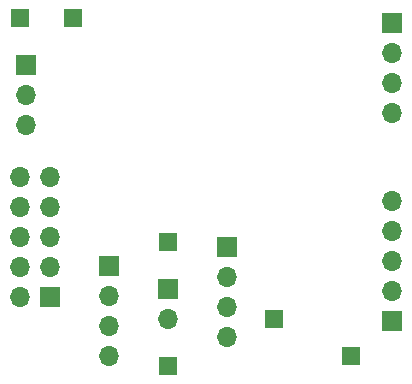
<source format=gbs>
G04 #@! TF.GenerationSoftware,KiCad,Pcbnew,9.0.0*
G04 #@! TF.CreationDate,2025-03-07T02:47:21-06:00*
G04 #@! TF.ProjectId,ATWILC1000_Breakout,41545749-4c43-4313-9030-305f42726561,rev?*
G04 #@! TF.SameCoordinates,Original*
G04 #@! TF.FileFunction,Soldermask,Bot*
G04 #@! TF.FilePolarity,Negative*
%FSLAX46Y46*%
G04 Gerber Fmt 4.6, Leading zero omitted, Abs format (unit mm)*
G04 Created by KiCad (PCBNEW 9.0.0) date 2025-03-07 02:47:21*
%MOMM*%
%LPD*%
G01*
G04 APERTURE LIST*
%ADD10R,1.700000X1.700000*%
%ADD11O,1.700000X1.700000*%
%ADD12R,1.500000X1.500000*%
G04 APERTURE END LIST*
D10*
X130500000Y-96000000D03*
D11*
X130500000Y-98540000D03*
X130500000Y-101080000D03*
D10*
X161500000Y-92420000D03*
D11*
X161500000Y-94960000D03*
X161500000Y-97500000D03*
X161500000Y-100040000D03*
D10*
X132500000Y-115620000D03*
D11*
X129960000Y-115620000D03*
X132500000Y-113080000D03*
X129960000Y-113080000D03*
X132500000Y-110540000D03*
X129960000Y-110540000D03*
X132500000Y-108000000D03*
X129960000Y-108000000D03*
X132500000Y-105460000D03*
X129960000Y-105460000D03*
D12*
X130000000Y-92000000D03*
D10*
X147500000Y-111460000D03*
D11*
X147500000Y-114000000D03*
X147500000Y-116540000D03*
X147500000Y-119080000D03*
D12*
X142500000Y-121500000D03*
D10*
X142500000Y-114960000D03*
D11*
X142500000Y-117500000D03*
D12*
X134500000Y-92000000D03*
D10*
X161500000Y-117660000D03*
D11*
X161500000Y-115120000D03*
X161500000Y-112580000D03*
X161500000Y-110040000D03*
X161500000Y-107500000D03*
D12*
X142500000Y-111000000D03*
X151500000Y-117500000D03*
D10*
X137500000Y-113000000D03*
D11*
X137500000Y-115540000D03*
X137500000Y-118080000D03*
X137500000Y-120620000D03*
D12*
X158000000Y-120660000D03*
M02*

</source>
